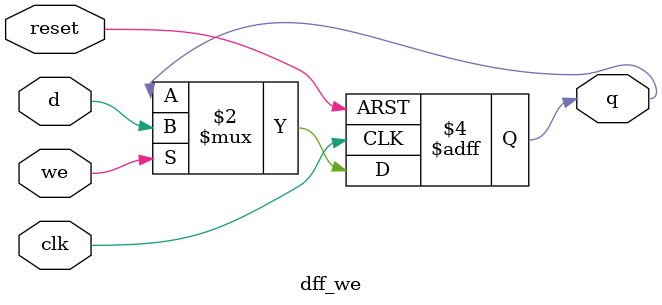
<source format=v>
module dff_we (
    input clk,
    input reset,
    input we,  
    input d,   
    output reg q
);

    always @(posedge clk or posedge reset) begin
        if (reset)
            q <= 0;  
        else if (we)
            q <= d;  
    end

endmodule
</source>
